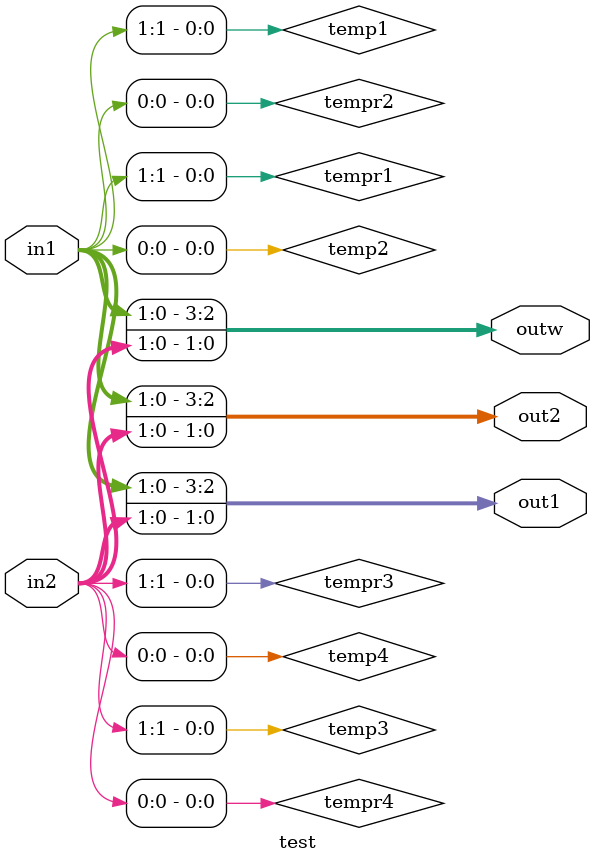
<source format=v>

`timescale 1 ns / 1 ns

module test(out1, out2, outw, in1, in2);

	output reg [3:0] out1, out2;
	output [3:0] outw;
	input [1:0] in1, in2;

	wire temp1, temp2, temp3, temp4;
	reg tempr1, tempr2, tempr3, tempr4;

	assign 	{temp1, temp2} = in1,
			{temp3, temp4} = in2;

	always @* begin
		out1 <= {temp1, temp2, temp3, temp4};
		{tempr1, tempr2, tempr3, tempr4} <= {in1, in2};
		out2 <= {in1, in2};
	end

	assign outw = {tempr1, tempr2, tempr3, tempr4};

endmodule
</source>
